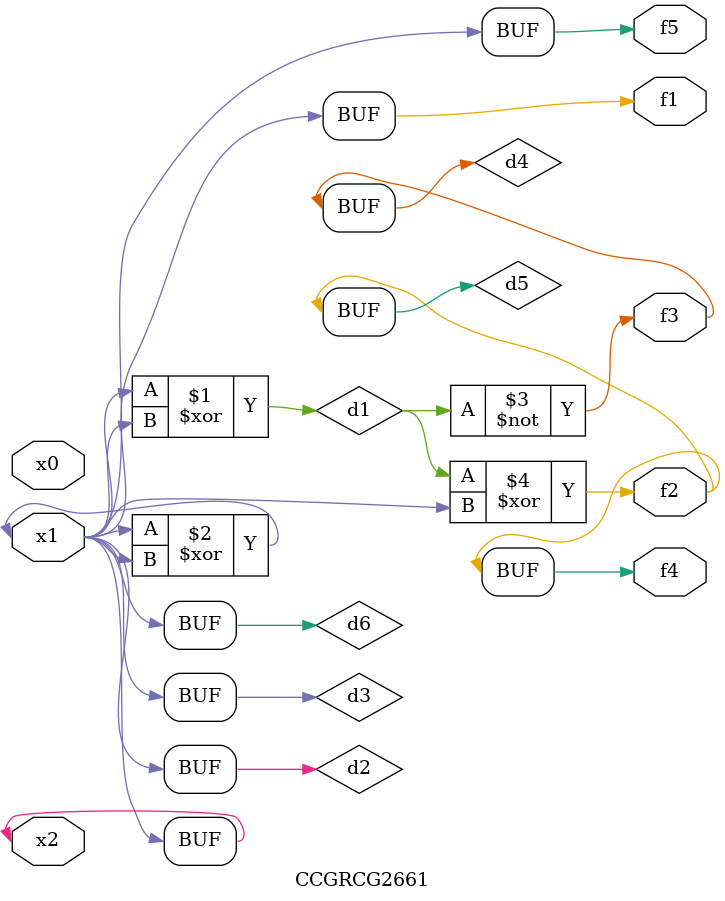
<source format=v>
module CCGRCG2661(
	input x0, x1, x2,
	output f1, f2, f3, f4, f5
);

	wire d1, d2, d3, d4, d5, d6;

	xor (d1, x1, x2);
	buf (d2, x1, x2);
	xor (d3, x1, x2);
	nor (d4, d1);
	xor (d5, d1, d2);
	buf (d6, d2, d3);
	assign f1 = d6;
	assign f2 = d5;
	assign f3 = d4;
	assign f4 = d5;
	assign f5 = d6;
endmodule

</source>
